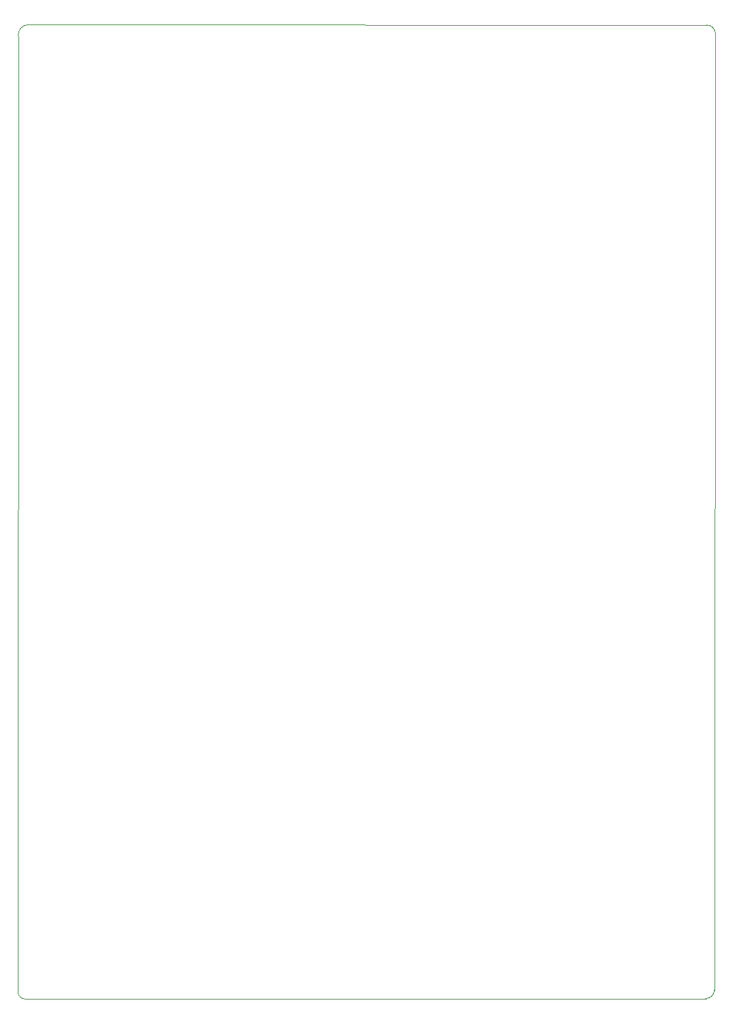
<source format=gbr>
%TF.GenerationSoftware,KiCad,Pcbnew,(6.0.1)*%
%TF.CreationDate,2022-08-22T18:54:28-05:00*%
%TF.ProjectId,Biohacking Village Badge - Gutz-Girl,42696f68-6163-46b6-996e-672056696c6c,1.0b*%
%TF.SameCoordinates,Original*%
%TF.FileFunction,Profile,NP*%
%FSLAX46Y46*%
G04 Gerber Fmt 4.6, Leading zero omitted, Abs format (unit mm)*
G04 Created by KiCad (PCBNEW (6.0.1)) date 2022-08-22 18:54:28*
%MOMM*%
%LPD*%
G01*
G04 APERTURE LIST*
%TA.AperFunction,Profile*%
%ADD10C,0.100000*%
%TD*%
G04 APERTURE END LIST*
D10*
X63565400Y-38265000D02*
X63517820Y-160646580D01*
X151925137Y-36812663D02*
X64990400Y-36765000D01*
X64990400Y-36765000D02*
G75*
G03*
X63565400Y-38265000I-110226J-1322160D01*
G01*
X64533820Y-161662580D02*
X151798200Y-161582200D01*
X63517820Y-160646580D02*
G75*
G03*
X64533820Y-161662580I1016002J2D01*
G01*
X153042737Y-37930263D02*
G75*
G03*
X151925137Y-36812663I-1117598J2D01*
G01*
X152890400Y-160490000D02*
X153042737Y-37930263D01*
X151798200Y-161582200D02*
G75*
G03*
X152890400Y-160490000I0J1092200D01*
G01*
M02*

</source>
